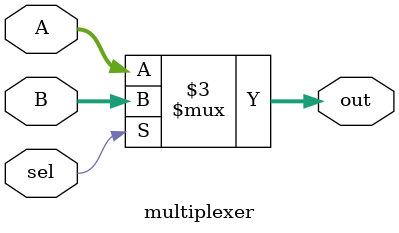
<source format=v>
module multiplexer(A, B, sel, out);
    input [63:0] A, B;
    input sel;
    output reg [63:0] out;

    always @(*)
    begin
        case(sel)
            default: out <= A;
            1'b1: out <= B;
        endcase
    end
endmodule
</source>
